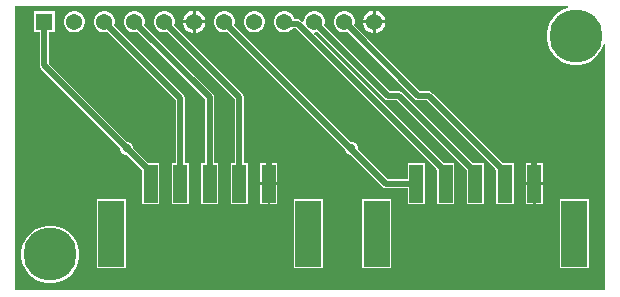
<source format=gbr>
%TF.GenerationSoftware,Altium Limited,Altium Designer,25.4.2 (15)*%
G04 Layer_Physical_Order=1*
G04 Layer_Color=255*
%FSLAX45Y45*%
%MOMM*%
%TF.SameCoordinates,CEA3B553-39D9-45E3-89D3-1F66C04990E3*%
%TF.FilePolarity,Positive*%
%TF.FileFunction,Copper,L1,Top,Signal*%
%TF.Part,Single*%
G01*
G75*
%TA.AperFunction,SMDPad,CuDef*%
%ADD10R,1.20000X3.20000*%
%ADD11R,2.20000X5.60000*%
%TA.AperFunction,Conductor*%
%ADD12C,0.50000*%
%TA.AperFunction,ViaPad*%
%ADD13C,4.50000*%
%TA.AperFunction,ComponentPad*%
%ADD14R,1.37000X1.37000*%
%ADD15C,1.37000*%
%TA.AperFunction,ViaPad*%
%ADD16C,0.70000*%
G36*
X16187160Y6387300D02*
X16178535Y6385585D01*
X16133949Y6367116D01*
X16093822Y6340304D01*
X16059695Y6306178D01*
X16032884Y6266051D01*
X16014415Y6221464D01*
X16005000Y6174130D01*
Y6125869D01*
X16014415Y6078536D01*
X16032884Y6033949D01*
X16059695Y5993821D01*
X16093822Y5959696D01*
X16133949Y5932884D01*
X16178535Y5914415D01*
X16225870Y5905000D01*
X16274130D01*
X16321465Y5914415D01*
X16366051Y5932884D01*
X16406178Y5959696D01*
X16440305Y5993821D01*
X16467116Y6033949D01*
X16485585Y6078536D01*
X16487300Y6087159D01*
X16500000Y6085908D01*
Y4000000D01*
X11500000D01*
Y6400000D01*
X16185909D01*
X16187160Y6387300D01*
D02*
G37*
%LPC*%
G36*
X14556700Y6363809D02*
Y6282700D01*
X14637810D01*
X14631500Y6306244D01*
X14619139Y6327656D01*
X14601656Y6345139D01*
X14580244Y6357501D01*
X14556700Y6363809D01*
D02*
G37*
G36*
X14531300D02*
X14507756Y6357501D01*
X14486343Y6345139D01*
X14468861Y6327656D01*
X14456499Y6306244D01*
X14450191Y6282700D01*
X14531300D01*
Y6363809D01*
D02*
G37*
G36*
X13032700D02*
Y6282700D01*
X13113811D01*
X13107501Y6306244D01*
X13095139Y6327656D01*
X13077657Y6345139D01*
X13056244Y6357501D01*
X13032700Y6363809D01*
D02*
G37*
G36*
X13007300D02*
X12983755Y6357501D01*
X12962344Y6345139D01*
X12944861Y6327656D01*
X12932500Y6306244D01*
X12926192Y6282700D01*
X13007300D01*
Y6363809D01*
D02*
G37*
G36*
X14047652Y6358500D02*
X14024348D01*
X14001840Y6352469D01*
X13981660Y6340818D01*
X13965182Y6324340D01*
X13953531Y6304160D01*
X13947501Y6281651D01*
Y6274821D01*
X13934801Y6269560D01*
X13923827Y6280534D01*
X13911357Y6288866D01*
X13896648Y6291792D01*
X13896646Y6291792D01*
X13867783D01*
X13864468Y6304160D01*
X13852818Y6324340D01*
X13836340Y6340818D01*
X13816161Y6352469D01*
X13793651Y6358500D01*
X13770349D01*
X13747839Y6352469D01*
X13727660Y6340818D01*
X13711182Y6324340D01*
X13699532Y6304160D01*
X13693500Y6281651D01*
Y6258349D01*
X13699532Y6235840D01*
X13711182Y6215660D01*
X13727660Y6199182D01*
X13747839Y6187531D01*
X13770349Y6181500D01*
X13793651D01*
X13816161Y6187531D01*
X13836340Y6199182D01*
X13852074Y6214915D01*
X13880725D01*
X15077299Y5018340D01*
Y4727300D01*
X15222701D01*
Y5072700D01*
X15131660D01*
X14035561Y6168800D01*
X14040820Y6181500D01*
X14047652D01*
X14065387Y6186252D01*
X14634644Y5616997D01*
X14634644Y5616996D01*
X14647115Y5608664D01*
X14661823Y5605738D01*
X14661826Y5605738D01*
X14739902D01*
X15327299Y5018340D01*
Y4727300D01*
X15472701D01*
Y5072700D01*
X15381660D01*
X14783005Y5671357D01*
X14770534Y5679689D01*
X14755823Y5682616D01*
X14755823Y5682615D01*
X14677745D01*
X14119748Y6240613D01*
X14124500Y6258349D01*
Y6281651D01*
X14118469Y6304160D01*
X14106818Y6324340D01*
X14090340Y6340818D01*
X14070160Y6352469D01*
X14047652Y6358500D01*
D02*
G37*
G36*
X13539651D02*
X13516348D01*
X13493840Y6352469D01*
X13473660Y6340818D01*
X13457182Y6324340D01*
X13445531Y6304160D01*
X13439500Y6281651D01*
Y6258349D01*
X13445531Y6235840D01*
X13457182Y6215660D01*
X13473660Y6199182D01*
X13493840Y6187531D01*
X13516348Y6181500D01*
X13539651D01*
X13562160Y6187531D01*
X13582339Y6199182D01*
X13598817Y6215660D01*
X13610469Y6235840D01*
X13616499Y6258349D01*
Y6281651D01*
X13610469Y6304160D01*
X13598817Y6324340D01*
X13582339Y6340818D01*
X13562160Y6352469D01*
X13539651Y6358500D01*
D02*
G37*
G36*
X12015651D02*
X11992349D01*
X11969840Y6352469D01*
X11949660Y6340818D01*
X11933182Y6324340D01*
X11921531Y6304160D01*
X11915500Y6281651D01*
Y6258349D01*
X11921531Y6235840D01*
X11933182Y6215660D01*
X11949660Y6199182D01*
X11969840Y6187531D01*
X11992349Y6181500D01*
X12015651D01*
X12038160Y6187531D01*
X12058340Y6199182D01*
X12074818Y6215660D01*
X12086469Y6235840D01*
X12092500Y6258349D01*
Y6281651D01*
X12086469Y6304160D01*
X12074818Y6324340D01*
X12058340Y6340818D01*
X12038160Y6352469D01*
X12015651Y6358500D01*
D02*
G37*
G36*
X14637810Y6257300D02*
X14556700D01*
Y6176190D01*
X14580244Y6182499D01*
X14601656Y6194861D01*
X14619139Y6212344D01*
X14631500Y6233756D01*
X14637810Y6257300D01*
D02*
G37*
G36*
X14531300D02*
X14450191D01*
X14456499Y6233756D01*
X14468861Y6212344D01*
X14486343Y6194861D01*
X14507756Y6182499D01*
X14531300Y6176190D01*
Y6257300D01*
D02*
G37*
G36*
X13113811D02*
X13032700D01*
Y6176190D01*
X13056244Y6182499D01*
X13077657Y6194861D01*
X13095139Y6212344D01*
X13107501Y6233756D01*
X13113811Y6257300D01*
D02*
G37*
G36*
X13007300D02*
X12926192D01*
X12932500Y6233756D01*
X12944861Y6212344D01*
X12962344Y6194861D01*
X12983755Y6182499D01*
X13007300Y6176190D01*
Y6257300D01*
D02*
G37*
G36*
X15972701Y5072700D02*
X15910001D01*
Y4910000D01*
X15972701D01*
Y5072700D01*
D02*
G37*
G36*
X15889999D02*
X15827299D01*
Y4910000D01*
X15889999D01*
Y5072700D01*
D02*
G37*
G36*
X13722701D02*
X13660001D01*
Y4910000D01*
X13722701D01*
Y5072700D01*
D02*
G37*
G36*
X13639999D02*
X13577299D01*
Y4910000D01*
X13639999D01*
Y5072700D01*
D02*
G37*
G36*
X15972701Y4890000D02*
X15910001D01*
Y4727300D01*
X15972701D01*
Y4890000D01*
D02*
G37*
G36*
X15889999D02*
X15827299D01*
Y4727300D01*
X15889999D01*
Y4890000D01*
D02*
G37*
G36*
X14301651Y6358500D02*
X14278349D01*
X14255840Y6352469D01*
X14235660Y6340818D01*
X14219182Y6324340D01*
X14207532Y6304160D01*
X14201500Y6281651D01*
Y6258349D01*
X14207532Y6235840D01*
X14219182Y6215660D01*
X14235660Y6199182D01*
X14255840Y6187531D01*
X14278349Y6181500D01*
X14301651D01*
X14319386Y6186252D01*
X14888643Y5616997D01*
X14888643Y5616996D01*
X14901114Y5608664D01*
X14915823Y5605738D01*
X14915825Y5605738D01*
X14989902D01*
X15577299Y5018340D01*
Y4727300D01*
X15722701D01*
Y5072700D01*
X15631660D01*
X15033005Y5671357D01*
X15020534Y5679689D01*
X15005823Y5682616D01*
X15005823Y5682615D01*
X14931744D01*
X14373747Y6240613D01*
X14378500Y6258349D01*
Y6281651D01*
X14372469Y6304160D01*
X14360818Y6324340D01*
X14344341Y6340818D01*
X14324159Y6352469D01*
X14301651Y6358500D01*
D02*
G37*
G36*
X13285651D02*
X13262349D01*
X13239841Y6352469D01*
X13219659Y6340818D01*
X13203181Y6324340D01*
X13191531Y6304160D01*
X13185500Y6281651D01*
Y6258349D01*
X13191531Y6235840D01*
X13203181Y6215660D01*
X13219659Y6199182D01*
X13239841Y6187531D01*
X13262349Y6181500D01*
X13285651D01*
X13303387Y6186252D01*
X14295000Y5194640D01*
Y5189060D01*
X14303374Y5168845D01*
X14318845Y5153373D01*
X14339059Y5145000D01*
X14344640D01*
X14616818Y4872821D01*
X14616820Y4872820D01*
X14629289Y4864487D01*
X14644000Y4861561D01*
X14644000Y4861562D01*
X14827299D01*
Y4727300D01*
X14972701D01*
Y5072700D01*
X14827299D01*
Y4938439D01*
X14659921D01*
X14405000Y5193360D01*
Y5210940D01*
X14396626Y5231155D01*
X14381155Y5246627D01*
X14360941Y5255000D01*
X14343359D01*
X13357748Y6240613D01*
X13362500Y6258349D01*
Y6281651D01*
X13356470Y6304160D01*
X13344818Y6324340D01*
X13328340Y6340818D01*
X13308160Y6352469D01*
X13285651Y6358500D01*
D02*
G37*
G36*
X13722701Y4890000D02*
X13660001D01*
Y4727300D01*
X13722701D01*
Y4890000D01*
D02*
G37*
G36*
X13639999D02*
X13577299D01*
Y4727300D01*
X13639999D01*
Y4890000D01*
D02*
G37*
G36*
X12777651Y6358500D02*
X12754349D01*
X12731840Y6352469D01*
X12711660Y6340818D01*
X12695182Y6324340D01*
X12683531Y6304160D01*
X12677500Y6281651D01*
Y6258349D01*
X12683531Y6235840D01*
X12695182Y6215660D01*
X12711660Y6199182D01*
X12731840Y6187531D01*
X12754349Y6181500D01*
X12777651D01*
X12795387Y6186252D01*
X13361562Y5620078D01*
Y5072700D01*
X13327299D01*
Y4727300D01*
X13472701D01*
Y5072700D01*
X13438438D01*
Y5636000D01*
X13435513Y5650710D01*
X13427180Y5663180D01*
X13427180Y5663181D01*
X12849748Y6240613D01*
X12854500Y6258349D01*
Y6281651D01*
X12848470Y6304160D01*
X12836818Y6324340D01*
X12820340Y6340818D01*
X12800160Y6352469D01*
X12777651Y6358500D01*
D02*
G37*
G36*
X12523651D02*
X12500349D01*
X12477840Y6352469D01*
X12457660Y6340818D01*
X12441182Y6324340D01*
X12429531Y6304160D01*
X12423500Y6281651D01*
Y6258349D01*
X12429531Y6235840D01*
X12441182Y6215660D01*
X12457660Y6199182D01*
X12477840Y6187531D01*
X12500349Y6181500D01*
X12523651D01*
X12541387Y6186252D01*
X13111562Y5616078D01*
Y5072700D01*
X13077299D01*
Y4727300D01*
X13222701D01*
Y5072700D01*
X13188438D01*
Y5632000D01*
X13185513Y5646710D01*
X13177180Y5659180D01*
X13177180Y5659181D01*
X12595748Y6240613D01*
X12600500Y6258349D01*
Y6281651D01*
X12594469Y6304160D01*
X12582818Y6324340D01*
X12566340Y6340818D01*
X12546160Y6352469D01*
X12523651Y6358500D01*
D02*
G37*
G36*
X12269651D02*
X12246349D01*
X12223840Y6352469D01*
X12203660Y6340818D01*
X12187182Y6324340D01*
X12175531Y6304160D01*
X12169500Y6281651D01*
Y6258349D01*
X12175531Y6235840D01*
X12187182Y6215660D01*
X12203660Y6199182D01*
X12223840Y6187531D01*
X12246349Y6181500D01*
X12269651D01*
X12287387Y6186252D01*
X12861562Y5612078D01*
Y5072700D01*
X12827299D01*
Y4727300D01*
X12972701D01*
Y5072700D01*
X12938438D01*
Y5628000D01*
X12935513Y5642710D01*
X12927180Y5655180D01*
X12927180Y5655181D01*
X12341748Y6240613D01*
X12346500Y6258349D01*
Y6281651D01*
X12340469Y6304160D01*
X12328818Y6324340D01*
X12312340Y6340818D01*
X12292160Y6352469D01*
X12269651Y6358500D01*
D02*
G37*
G36*
X11838500D02*
X11661500D01*
Y6181500D01*
X11711562D01*
Y5900001D01*
X11711561Y5900000D01*
X11714488Y5885290D01*
X11722820Y5872820D01*
X12395000Y5200640D01*
Y5189060D01*
X12403373Y5168845D01*
X12418845Y5153373D01*
X12439060Y5145000D01*
X12450640D01*
X12577300Y5018340D01*
Y4727300D01*
X12722700D01*
Y5072700D01*
X12631661D01*
X12505000Y5199361D01*
Y5210940D01*
X12496627Y5231155D01*
X12481155Y5246627D01*
X12460940Y5255000D01*
X12449361D01*
X11788439Y5915922D01*
Y6181500D01*
X11838500D01*
Y6358500D01*
D02*
G37*
G36*
X16357700Y4767700D02*
X16112300D01*
Y4182300D01*
X16357700D01*
Y4767700D01*
D02*
G37*
G36*
X14687700D02*
X14442300D01*
Y4182300D01*
X14687700D01*
Y4767700D01*
D02*
G37*
G36*
X14107700D02*
X13862300D01*
Y4182300D01*
X14107700D01*
Y4767700D01*
D02*
G37*
G36*
X12437700D02*
X12192300D01*
Y4182300D01*
X12437700D01*
Y4767700D01*
D02*
G37*
G36*
X11824131Y4545000D02*
X11775870D01*
X11728536Y4535585D01*
X11683949Y4517116D01*
X11643822Y4490304D01*
X11609696Y4456179D01*
X11582884Y4416051D01*
X11564415Y4371464D01*
X11555000Y4324131D01*
Y4275870D01*
X11564415Y4228536D01*
X11582884Y4183949D01*
X11609696Y4143822D01*
X11643822Y4109696D01*
X11683949Y4082884D01*
X11728536Y4064415D01*
X11775870Y4055000D01*
X11824131D01*
X11871464Y4064415D01*
X11916051Y4082884D01*
X11956179Y4109696D01*
X11990304Y4143822D01*
X12017116Y4183949D01*
X12035585Y4228536D01*
X12045000Y4275870D01*
Y4324131D01*
X12035585Y4371464D01*
X12017116Y4416051D01*
X11990304Y4456179D01*
X11956179Y4490304D01*
X11916051Y4517116D01*
X11871464Y4535585D01*
X11824131Y4545000D01*
D02*
G37*
%LPD*%
D10*
X13650000Y4900000D02*
D03*
X13400000D02*
D03*
X13150000D02*
D03*
X12900000D02*
D03*
X12650000D02*
D03*
X14900000D02*
D03*
X15150000D02*
D03*
X15400000D02*
D03*
X15650000D02*
D03*
X15900000D02*
D03*
D11*
X13985001Y4475000D02*
D03*
X12315000D02*
D03*
X14564999D02*
D03*
X16235001D02*
D03*
D12*
X14318417Y6241582D02*
Y6258418D01*
Y6241582D02*
X14915823Y5644177D01*
X15005823D01*
X14318417Y6258418D02*
X14320000Y6260000D01*
X14289999D02*
X14320000D01*
X14661823Y5644177D02*
X14755823D01*
X14036000Y6270000D02*
X14661823Y5644177D01*
X13896648Y6253353D02*
X15150000Y5000000D01*
X13782001Y6270000D02*
X13798647Y6253353D01*
X14755823Y5644177D02*
X15400000Y5000000D01*
X11750000Y5900000D02*
Y6270000D01*
X15650000Y4900000D02*
Y5000000D01*
X15005823Y5644177D02*
X15650000Y5000000D01*
X15400000Y4900000D02*
Y5000000D01*
X13798647Y6253353D02*
X13896648D01*
X15150000Y4900000D02*
Y5000000D01*
X11750000Y5900000D02*
X12650000Y5000000D01*
X13270000Y6270000D02*
X13274001D01*
X14644000Y4900000D02*
X14900000D01*
X13400000D02*
Y5636000D01*
X12766000Y6270000D02*
X13400000Y5636000D01*
X12760000Y6270000D02*
X12766000D01*
X12510000D02*
X12512000D01*
X13150000Y5632000D01*
Y4900000D02*
Y5632000D01*
X12900000Y4900000D02*
Y5628000D01*
X12258000Y6270000D02*
X12900000Y5628000D01*
X15900000Y4900000D02*
Y5190000D01*
X13650000D02*
X13650000Y5190000D01*
Y4900000D02*
Y5190000D01*
X12650000Y4900000D02*
Y5000000D01*
X13274001Y6270000D02*
X14644000Y4900000D01*
D13*
X11800000Y4300000D02*
D03*
X16250000Y6150000D02*
D03*
D14*
X11750000Y6270000D02*
D03*
D15*
X12004000D02*
D03*
X12258000D02*
D03*
X12512000D02*
D03*
X12766000D02*
D03*
X13020000D02*
D03*
X13274001D02*
D03*
X13528000D02*
D03*
X13782001D02*
D03*
X14036000D02*
D03*
X14289999D02*
D03*
X14544000D02*
D03*
D16*
X14250000Y5600000D02*
D03*
X13650000D02*
D03*
X15550000D02*
D03*
Y6200000D02*
D03*
X14250000Y4950000D02*
D03*
X16250000Y5600000D02*
D03*
X12500000D02*
D03*
X11800000D02*
D03*
Y4950000D02*
D03*
X12450000Y5200000D02*
D03*
X14350000D02*
D03*
X15900000Y5190000D02*
D03*
X13650000D02*
D03*
%TF.MD5,3f2887a60d47f09ec709b23b73dd0f38*%
M02*

</source>
